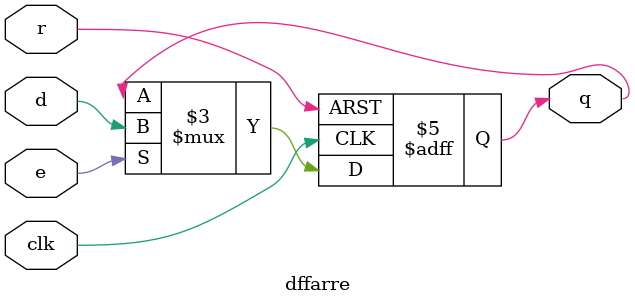
<source format=sv>
module dffarre #(parameter N=1, parameter R=1'b0) (
	input logic [N-1:0] d,
	output logic [N-1:0] q,
	input logic clk, r, e
);

	always_ff @(posedge clk, posedge r)
		if (r)
			q <= R;
		else if (e)
			q <= d;
		else
			q <= q;

endmodule

</source>
